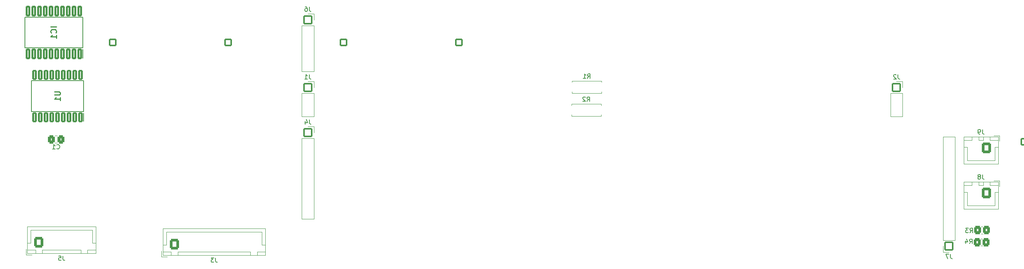
<source format=gbr>
%TF.GenerationSoftware,KiCad,Pcbnew,7.0.10*%
%TF.CreationDate,2024-01-24T20:37:13+01:00*%
%TF.ProjectId,ThePreamp-Analogue,54686550-7265-4616-9d70-2d416e616c6f,rev?*%
%TF.SameCoordinates,Original*%
%TF.FileFunction,Legend,Bot*%
%TF.FilePolarity,Positive*%
%FSLAX46Y46*%
G04 Gerber Fmt 4.6, Leading zero omitted, Abs format (unit mm)*
G04 Created by KiCad (PCBNEW 7.0.10) date 2024-01-24 20:37:13*
%MOMM*%
%LPD*%
G01*
G04 APERTURE LIST*
G04 Aperture macros list*
%AMRoundRect*
0 Rectangle with rounded corners*
0 $1 Rounding radius*
0 $2 $3 $4 $5 $6 $7 $8 $9 X,Y pos of 4 corners*
0 Add a 4 corners polygon primitive as box body*
4,1,4,$2,$3,$4,$5,$6,$7,$8,$9,$2,$3,0*
0 Add four circle primitives for the rounded corners*
1,1,$1+$1,$2,$3*
1,1,$1+$1,$4,$5*
1,1,$1+$1,$6,$7*
1,1,$1+$1,$8,$9*
0 Add four rect primitives between the rounded corners*
20,1,$1+$1,$2,$3,$4,$5,0*
20,1,$1+$1,$4,$5,$6,$7,0*
20,1,$1+$1,$6,$7,$8,$9,0*
20,1,$1+$1,$8,$9,$2,$3,0*%
G04 Aperture macros list end*
%ADD10C,0.150000*%
%ADD11C,0.254000*%
%ADD12C,0.120000*%
%ADD13C,0.200000*%
%ADD14RoundRect,0.335106X-0.452394X-0.589894X0.452394X-0.589894X0.452394X0.589894X-0.452394X0.589894X0*%
%ADD15RoundRect,0.333333X0.466667X0.566667X-0.466667X0.566667X-0.466667X-0.566667X0.466667X-0.566667X0*%
%ADD16O,2.400000X3.400000*%
%ADD17C,4.400000*%
%ADD18RoundRect,0.333333X-0.466667X-0.566667X0.466667X-0.566667X0.466667X0.566667X-0.466667X0.566667X0*%
%ADD19C,3.600000*%
%ADD20RoundRect,0.200000X0.675000X-0.675000X0.675000X0.675000X-0.675000X0.675000X-0.675000X-0.675000X0*%
%ADD21C,1.750000*%
%ADD22RoundRect,0.308824X-0.741176X-0.866176X0.741176X-0.866176X0.741176X0.866176X-0.741176X0.866176X0*%
%ADD23O,2.100000X2.350000*%
%ADD24C,2.000000*%
%ADD25O,2.000000X2.000000*%
%ADD26RoundRect,0.308824X0.741176X0.891176X-0.741176X0.891176X-0.741176X-0.891176X0.741176X-0.891176X0*%
%ADD27O,2.100000X2.400000*%
%ADD28RoundRect,0.200000X-0.325000X-0.975000X0.325000X-0.975000X0.325000X0.975000X-0.325000X0.975000X0*%
%ADD29RoundRect,0.200000X-0.850000X-0.850000X0.850000X-0.850000X0.850000X0.850000X-0.850000X0.850000X0*%
%ADD30O,2.100000X2.100000*%
%ADD31RoundRect,0.200000X0.850000X0.850000X-0.850000X0.850000X-0.850000X-0.850000X0.850000X-0.850000X0*%
%ADD32RoundRect,0.200000X-0.325000X-0.925000X0.325000X-0.925000X0.325000X0.925000X-0.325000X0.925000X0*%
G04 APERTURE END LIST*
D10*
X9566666Y25460420D02*
X9614285Y25412800D01*
X9614285Y25412800D02*
X9757142Y25365181D01*
X9757142Y25365181D02*
X9852380Y25365181D01*
X9852380Y25365181D02*
X9995237Y25412800D01*
X9995237Y25412800D02*
X10090475Y25508039D01*
X10090475Y25508039D02*
X10138094Y25603277D01*
X10138094Y25603277D02*
X10185713Y25793753D01*
X10185713Y25793753D02*
X10185713Y25936610D01*
X10185713Y25936610D02*
X10138094Y26127086D01*
X10138094Y26127086D02*
X10090475Y26222324D01*
X10090475Y26222324D02*
X9995237Y26317562D01*
X9995237Y26317562D02*
X9852380Y26365181D01*
X9852380Y26365181D02*
X9757142Y26365181D01*
X9757142Y26365181D02*
X9614285Y26317562D01*
X9614285Y26317562D02*
X9566666Y26269943D01*
X8614285Y25365181D02*
X9185713Y25365181D01*
X8899999Y25365181D02*
X8899999Y26365181D01*
X8899999Y26365181D02*
X8995237Y26222324D01*
X8995237Y26222324D02*
X9090475Y26127086D01*
X9090475Y26127086D02*
X9185713Y26079467D01*
X211116666Y4415181D02*
X211449999Y4891372D01*
X211688094Y4415181D02*
X211688094Y5415181D01*
X211688094Y5415181D02*
X211307142Y5415181D01*
X211307142Y5415181D02*
X211211904Y5367562D01*
X211211904Y5367562D02*
X211164285Y5319943D01*
X211164285Y5319943D02*
X211116666Y5224705D01*
X211116666Y5224705D02*
X211116666Y5081848D01*
X211116666Y5081848D02*
X211164285Y4986610D01*
X211164285Y4986610D02*
X211211904Y4938991D01*
X211211904Y4938991D02*
X211307142Y4891372D01*
X211307142Y4891372D02*
X211688094Y4891372D01*
X210259523Y5081848D02*
X210259523Y4415181D01*
X210497618Y5462800D02*
X210735713Y4748515D01*
X210735713Y4748515D02*
X210116666Y4748515D01*
X211216666Y6815181D02*
X211549999Y7291372D01*
X211788094Y6815181D02*
X211788094Y7815181D01*
X211788094Y7815181D02*
X211407142Y7815181D01*
X211407142Y7815181D02*
X211311904Y7767562D01*
X211311904Y7767562D02*
X211264285Y7719943D01*
X211264285Y7719943D02*
X211216666Y7624705D01*
X211216666Y7624705D02*
X211216666Y7481848D01*
X211216666Y7481848D02*
X211264285Y7386610D01*
X211264285Y7386610D02*
X211311904Y7338991D01*
X211311904Y7338991D02*
X211407142Y7291372D01*
X211407142Y7291372D02*
X211788094Y7291372D01*
X210883332Y7815181D02*
X210264285Y7815181D01*
X210264285Y7815181D02*
X210597618Y7434229D01*
X210597618Y7434229D02*
X210454761Y7434229D01*
X210454761Y7434229D02*
X210359523Y7386610D01*
X210359523Y7386610D02*
X210311904Y7338991D01*
X210311904Y7338991D02*
X210264285Y7243753D01*
X210264285Y7243753D02*
X210264285Y7005658D01*
X210264285Y7005658D02*
X210311904Y6910420D01*
X210311904Y6910420D02*
X210359523Y6862800D01*
X210359523Y6862800D02*
X210454761Y6815181D01*
X210454761Y6815181D02*
X210740475Y6815181D01*
X210740475Y6815181D02*
X210835713Y6862800D01*
X210835713Y6862800D02*
X210883332Y6910420D01*
X44633333Y1270181D02*
X44633333Y555896D01*
X44633333Y555896D02*
X44680952Y413039D01*
X44680952Y413039D02*
X44776190Y317800D01*
X44776190Y317800D02*
X44919047Y270181D01*
X44919047Y270181D02*
X45014285Y270181D01*
X44252380Y1270181D02*
X43633333Y1270181D01*
X43633333Y1270181D02*
X43966666Y889229D01*
X43966666Y889229D02*
X43823809Y889229D01*
X43823809Y889229D02*
X43728571Y841610D01*
X43728571Y841610D02*
X43680952Y793991D01*
X43680952Y793991D02*
X43633333Y698753D01*
X43633333Y698753D02*
X43633333Y460658D01*
X43633333Y460658D02*
X43680952Y365420D01*
X43680952Y365420D02*
X43728571Y317800D01*
X43728571Y317800D02*
X43823809Y270181D01*
X43823809Y270181D02*
X44109523Y270181D01*
X44109523Y270181D02*
X44204761Y317800D01*
X44204761Y317800D02*
X44252380Y365420D01*
X126666666Y35915181D02*
X126999999Y36391372D01*
X127238094Y35915181D02*
X127238094Y36915181D01*
X127238094Y36915181D02*
X126857142Y36915181D01*
X126857142Y36915181D02*
X126761904Y36867562D01*
X126761904Y36867562D02*
X126714285Y36819943D01*
X126714285Y36819943D02*
X126666666Y36724705D01*
X126666666Y36724705D02*
X126666666Y36581848D01*
X126666666Y36581848D02*
X126714285Y36486610D01*
X126714285Y36486610D02*
X126761904Y36438991D01*
X126761904Y36438991D02*
X126857142Y36391372D01*
X126857142Y36391372D02*
X127238094Y36391372D01*
X126285713Y36819943D02*
X126238094Y36867562D01*
X126238094Y36867562D02*
X126142856Y36915181D01*
X126142856Y36915181D02*
X125904761Y36915181D01*
X125904761Y36915181D02*
X125809523Y36867562D01*
X125809523Y36867562D02*
X125761904Y36819943D01*
X125761904Y36819943D02*
X125714285Y36724705D01*
X125714285Y36724705D02*
X125714285Y36629467D01*
X125714285Y36629467D02*
X125761904Y36486610D01*
X125761904Y36486610D02*
X126333332Y35915181D01*
X126333332Y35915181D02*
X125714285Y35915181D01*
X213983333Y19695181D02*
X213983333Y18980896D01*
X213983333Y18980896D02*
X214030952Y18838039D01*
X214030952Y18838039D02*
X214126190Y18742800D01*
X214126190Y18742800D02*
X214269047Y18695181D01*
X214269047Y18695181D02*
X214364285Y18695181D01*
X213364285Y19266610D02*
X213459523Y19314229D01*
X213459523Y19314229D02*
X213507142Y19361848D01*
X213507142Y19361848D02*
X213554761Y19457086D01*
X213554761Y19457086D02*
X213554761Y19504705D01*
X213554761Y19504705D02*
X213507142Y19599943D01*
X213507142Y19599943D02*
X213459523Y19647562D01*
X213459523Y19647562D02*
X213364285Y19695181D01*
X213364285Y19695181D02*
X213173809Y19695181D01*
X213173809Y19695181D02*
X213078571Y19647562D01*
X213078571Y19647562D02*
X213030952Y19599943D01*
X213030952Y19599943D02*
X212983333Y19504705D01*
X212983333Y19504705D02*
X212983333Y19457086D01*
X212983333Y19457086D02*
X213030952Y19361848D01*
X213030952Y19361848D02*
X213078571Y19314229D01*
X213078571Y19314229D02*
X213173809Y19266610D01*
X213173809Y19266610D02*
X213364285Y19266610D01*
X213364285Y19266610D02*
X213459523Y19218991D01*
X213459523Y19218991D02*
X213507142Y19171372D01*
X213507142Y19171372D02*
X213554761Y19076134D01*
X213554761Y19076134D02*
X213554761Y18885658D01*
X213554761Y18885658D02*
X213507142Y18790420D01*
X213507142Y18790420D02*
X213459523Y18742800D01*
X213459523Y18742800D02*
X213364285Y18695181D01*
X213364285Y18695181D02*
X213173809Y18695181D01*
X213173809Y18695181D02*
X213078571Y18742800D01*
X213078571Y18742800D02*
X213030952Y18790420D01*
X213030952Y18790420D02*
X212983333Y18885658D01*
X212983333Y18885658D02*
X212983333Y19076134D01*
X212983333Y19076134D02*
X213030952Y19171372D01*
X213030952Y19171372D02*
X213078571Y19218991D01*
X213078571Y19218991D02*
X213173809Y19266610D01*
X10933333Y1695181D02*
X10933333Y980896D01*
X10933333Y980896D02*
X10980952Y838039D01*
X10980952Y838039D02*
X11076190Y742800D01*
X11076190Y742800D02*
X11219047Y695181D01*
X11219047Y695181D02*
X11314285Y695181D01*
X9980952Y1695181D02*
X10457142Y1695181D01*
X10457142Y1695181D02*
X10504761Y1218991D01*
X10504761Y1218991D02*
X10457142Y1266610D01*
X10457142Y1266610D02*
X10361904Y1314229D01*
X10361904Y1314229D02*
X10123809Y1314229D01*
X10123809Y1314229D02*
X10028571Y1266610D01*
X10028571Y1266610D02*
X9980952Y1218991D01*
X9980952Y1218991D02*
X9933333Y1123753D01*
X9933333Y1123753D02*
X9933333Y885658D01*
X9933333Y885658D02*
X9980952Y790420D01*
X9980952Y790420D02*
X10028571Y742800D01*
X10028571Y742800D02*
X10123809Y695181D01*
X10123809Y695181D02*
X10361904Y695181D01*
X10361904Y695181D02*
X10457142Y742800D01*
X10457142Y742800D02*
X10504761Y790420D01*
D11*
X9474318Y52439763D02*
X8204318Y52439763D01*
X9353365Y51109286D02*
X9413842Y51169762D01*
X9413842Y51169762D02*
X9474318Y51351191D01*
X9474318Y51351191D02*
X9474318Y51472143D01*
X9474318Y51472143D02*
X9413842Y51653572D01*
X9413842Y51653572D02*
X9292889Y51774524D01*
X9292889Y51774524D02*
X9171937Y51835001D01*
X9171937Y51835001D02*
X8930032Y51895477D01*
X8930032Y51895477D02*
X8748603Y51895477D01*
X8748603Y51895477D02*
X8506699Y51835001D01*
X8506699Y51835001D02*
X8385746Y51774524D01*
X8385746Y51774524D02*
X8264794Y51653572D01*
X8264794Y51653572D02*
X8204318Y51472143D01*
X8204318Y51472143D02*
X8204318Y51351191D01*
X8204318Y51351191D02*
X8264794Y51169762D01*
X8264794Y51169762D02*
X8325270Y51109286D01*
X9474318Y49899762D02*
X9474318Y50625477D01*
X9474318Y50262620D02*
X8204318Y50262620D01*
X8204318Y50262620D02*
X8385746Y50383572D01*
X8385746Y50383572D02*
X8506699Y50504524D01*
X8506699Y50504524D02*
X8567175Y50625477D01*
D10*
X206933333Y2075181D02*
X206933333Y1360896D01*
X206933333Y1360896D02*
X206980952Y1218039D01*
X206980952Y1218039D02*
X207076190Y1122800D01*
X207076190Y1122800D02*
X207219047Y1075181D01*
X207219047Y1075181D02*
X207314285Y1075181D01*
X206552380Y2075181D02*
X205885714Y2075181D01*
X205885714Y2075181D02*
X206314285Y1075181D01*
X126756666Y41015181D02*
X127089999Y41491372D01*
X127328094Y41015181D02*
X127328094Y42015181D01*
X127328094Y42015181D02*
X126947142Y42015181D01*
X126947142Y42015181D02*
X126851904Y41967562D01*
X126851904Y41967562D02*
X126804285Y41919943D01*
X126804285Y41919943D02*
X126756666Y41824705D01*
X126756666Y41824705D02*
X126756666Y41681848D01*
X126756666Y41681848D02*
X126804285Y41586610D01*
X126804285Y41586610D02*
X126851904Y41538991D01*
X126851904Y41538991D02*
X126947142Y41491372D01*
X126947142Y41491372D02*
X127328094Y41491372D01*
X125804285Y41015181D02*
X126375713Y41015181D01*
X126089999Y41015181D02*
X126089999Y42015181D01*
X126089999Y42015181D02*
X126185237Y41872324D01*
X126185237Y41872324D02*
X126280475Y41777086D01*
X126280475Y41777086D02*
X126375713Y41729467D01*
X65333333Y41875181D02*
X65333333Y41160896D01*
X65333333Y41160896D02*
X65380952Y41018039D01*
X65380952Y41018039D02*
X65476190Y40922800D01*
X65476190Y40922800D02*
X65619047Y40875181D01*
X65619047Y40875181D02*
X65714285Y40875181D01*
X64333333Y40875181D02*
X64904761Y40875181D01*
X64619047Y40875181D02*
X64619047Y41875181D01*
X64619047Y41875181D02*
X64714285Y41732324D01*
X64714285Y41732324D02*
X64809523Y41637086D01*
X64809523Y41637086D02*
X64904761Y41589467D01*
X65333333Y56875181D02*
X65333333Y56160896D01*
X65333333Y56160896D02*
X65380952Y56018039D01*
X65380952Y56018039D02*
X65476190Y55922800D01*
X65476190Y55922800D02*
X65619047Y55875181D01*
X65619047Y55875181D02*
X65714285Y55875181D01*
X64428571Y56875181D02*
X64619047Y56875181D01*
X64619047Y56875181D02*
X64714285Y56827562D01*
X64714285Y56827562D02*
X64761904Y56779943D01*
X64761904Y56779943D02*
X64857142Y56637086D01*
X64857142Y56637086D02*
X64904761Y56446610D01*
X64904761Y56446610D02*
X64904761Y56065658D01*
X64904761Y56065658D02*
X64857142Y55970420D01*
X64857142Y55970420D02*
X64809523Y55922800D01*
X64809523Y55922800D02*
X64714285Y55875181D01*
X64714285Y55875181D02*
X64523809Y55875181D01*
X64523809Y55875181D02*
X64428571Y55922800D01*
X64428571Y55922800D02*
X64380952Y55970420D01*
X64380952Y55970420D02*
X64333333Y56065658D01*
X64333333Y56065658D02*
X64333333Y56303753D01*
X64333333Y56303753D02*
X64380952Y56398991D01*
X64380952Y56398991D02*
X64428571Y56446610D01*
X64428571Y56446610D02*
X64523809Y56494229D01*
X64523809Y56494229D02*
X64714285Y56494229D01*
X64714285Y56494229D02*
X64809523Y56446610D01*
X64809523Y56446610D02*
X64857142Y56398991D01*
X64857142Y56398991D02*
X64904761Y56303753D01*
X195333333Y41875181D02*
X195333333Y41160896D01*
X195333333Y41160896D02*
X195380952Y41018039D01*
X195380952Y41018039D02*
X195476190Y40922800D01*
X195476190Y40922800D02*
X195619047Y40875181D01*
X195619047Y40875181D02*
X195714285Y40875181D01*
X194904761Y41779943D02*
X194857142Y41827562D01*
X194857142Y41827562D02*
X194761904Y41875181D01*
X194761904Y41875181D02*
X194523809Y41875181D01*
X194523809Y41875181D02*
X194428571Y41827562D01*
X194428571Y41827562D02*
X194380952Y41779943D01*
X194380952Y41779943D02*
X194333333Y41684705D01*
X194333333Y41684705D02*
X194333333Y41589467D01*
X194333333Y41589467D02*
X194380952Y41446610D01*
X194380952Y41446610D02*
X194952380Y40875181D01*
X194952380Y40875181D02*
X194333333Y40875181D01*
D11*
X9004318Y38067620D02*
X10032413Y38067620D01*
X10032413Y38067620D02*
X10153365Y38007143D01*
X10153365Y38007143D02*
X10213842Y37946667D01*
X10213842Y37946667D02*
X10274318Y37825715D01*
X10274318Y37825715D02*
X10274318Y37583810D01*
X10274318Y37583810D02*
X10213842Y37462858D01*
X10213842Y37462858D02*
X10153365Y37402381D01*
X10153365Y37402381D02*
X10032413Y37341905D01*
X10032413Y37341905D02*
X9004318Y37341905D01*
X10274318Y36071905D02*
X10274318Y36797620D01*
X10274318Y36434763D02*
X9004318Y36434763D01*
X9004318Y36434763D02*
X9185746Y36555715D01*
X9185746Y36555715D02*
X9306699Y36676667D01*
X9306699Y36676667D02*
X9367175Y36797620D01*
D10*
X213983333Y29695181D02*
X213983333Y28980896D01*
X213983333Y28980896D02*
X214030952Y28838039D01*
X214030952Y28838039D02*
X214126190Y28742800D01*
X214126190Y28742800D02*
X214269047Y28695181D01*
X214269047Y28695181D02*
X214364285Y28695181D01*
X213459523Y28695181D02*
X213269047Y28695181D01*
X213269047Y28695181D02*
X213173809Y28742800D01*
X213173809Y28742800D02*
X213126190Y28790420D01*
X213126190Y28790420D02*
X213030952Y28933277D01*
X213030952Y28933277D02*
X212983333Y29123753D01*
X212983333Y29123753D02*
X212983333Y29504705D01*
X212983333Y29504705D02*
X213030952Y29599943D01*
X213030952Y29599943D02*
X213078571Y29647562D01*
X213078571Y29647562D02*
X213173809Y29695181D01*
X213173809Y29695181D02*
X213364285Y29695181D01*
X213364285Y29695181D02*
X213459523Y29647562D01*
X213459523Y29647562D02*
X213507142Y29599943D01*
X213507142Y29599943D02*
X213554761Y29504705D01*
X213554761Y29504705D02*
X213554761Y29266610D01*
X213554761Y29266610D02*
X213507142Y29171372D01*
X213507142Y29171372D02*
X213459523Y29123753D01*
X213459523Y29123753D02*
X213364285Y29076134D01*
X213364285Y29076134D02*
X213173809Y29076134D01*
X213173809Y29076134D02*
X213078571Y29123753D01*
X213078571Y29123753D02*
X213030952Y29171372D01*
X213030952Y29171372D02*
X212983333Y29266610D01*
X65333333Y31875181D02*
X65333333Y31160896D01*
X65333333Y31160896D02*
X65380952Y31018039D01*
X65380952Y31018039D02*
X65476190Y30922800D01*
X65476190Y30922800D02*
X65619047Y30875181D01*
X65619047Y30875181D02*
X65714285Y30875181D01*
X64428571Y31541848D02*
X64428571Y30875181D01*
X64666666Y31922800D02*
X64904761Y31208515D01*
X64904761Y31208515D02*
X64285714Y31208515D01*
D12*
%TO.C,C1*%
X9117496Y28310000D02*
X9640000Y28310000D01*
X9137496Y26680000D02*
X9660000Y26680000D01*
%TO.C,R4*%
X214044128Y5500000D02*
X213590000Y5500000D01*
X214047064Y3900000D02*
X213592936Y3900000D01*
%TO.C,R3*%
X213672936Y6600000D02*
X214127064Y6600000D01*
X213700000Y8200000D02*
X214154128Y8200000D01*
%TO.C,J3*%
X32700000Y1525000D02*
X32700000Y2775000D01*
X32990000Y7785000D02*
X55610000Y7785000D01*
X32990000Y1815000D02*
X32990000Y7785000D01*
X33000000Y4075000D02*
X33750000Y4075000D01*
X33000000Y2575000D02*
X34800000Y2575000D01*
X33000000Y1825000D02*
X33000000Y2575000D01*
X33750000Y7025000D02*
X44300000Y7025000D01*
X33750000Y4075000D02*
X33750000Y7025000D01*
X33950000Y1525000D02*
X32700000Y1525000D01*
X34800000Y2575000D02*
X34800000Y1825000D01*
X34800000Y1825000D02*
X33000000Y1825000D01*
X36300000Y2575000D02*
X52300000Y2575000D01*
X36300000Y1825000D02*
X36300000Y2575000D01*
X52300000Y2575000D02*
X52300000Y1825000D01*
X52300000Y1825000D02*
X36300000Y1825000D01*
X53800000Y2575000D02*
X55600000Y2575000D01*
X53800000Y1825000D02*
X53800000Y2575000D01*
X54850000Y7025000D02*
X44300000Y7025000D01*
X54850000Y4075000D02*
X54850000Y7025000D01*
X55600000Y4075000D02*
X54850000Y4075000D01*
X55600000Y2575000D02*
X55600000Y1825000D01*
X55600000Y1825000D02*
X53800000Y1825000D01*
X55610000Y7785000D02*
X55610000Y1815000D01*
X55610000Y1815000D02*
X32990000Y1815000D01*
%TO.C,R2*%
X129770000Y32630000D02*
X123230000Y32630000D01*
X129770000Y32960000D02*
X129770000Y32630000D01*
X129770000Y35040000D02*
X129770000Y35370000D01*
X129770000Y35370000D02*
X123230000Y35370000D01*
X123230000Y32630000D02*
X123230000Y32960000D01*
X123230000Y35370000D02*
X123230000Y35040000D01*
%TO.C,J8*%
X217750000Y18350000D02*
X217750000Y17100000D01*
X217460000Y12090000D02*
X209840000Y12090000D01*
X217460000Y18060000D02*
X217460000Y12090000D01*
X217450000Y15800000D02*
X216700000Y15800000D01*
X217450000Y17300000D02*
X215650000Y17300000D01*
X217450000Y18050000D02*
X217450000Y17300000D01*
X216700000Y12850000D02*
X213650000Y12850000D01*
X216700000Y15800000D02*
X216700000Y12850000D01*
X216500000Y18350000D02*
X217750000Y18350000D01*
X215650000Y17300000D02*
X215650000Y18050000D01*
X215650000Y18050000D02*
X217450000Y18050000D01*
X214150000Y17300000D02*
X213150000Y17300000D01*
X214150000Y18050000D02*
X214150000Y17300000D01*
X213150000Y17300000D02*
X213150000Y18050000D01*
X213150000Y18050000D02*
X214150000Y18050000D01*
X211650000Y17300000D02*
X209850000Y17300000D01*
X211650000Y18050000D02*
X211650000Y17300000D01*
X210600000Y12850000D02*
X213650000Y12850000D01*
X210600000Y15800000D02*
X210600000Y12850000D01*
X209850000Y15800000D02*
X210600000Y15800000D01*
X209850000Y17300000D02*
X209850000Y18050000D01*
X209850000Y18050000D02*
X211650000Y18050000D01*
X209840000Y12090000D02*
X209840000Y18060000D01*
X209840000Y18060000D02*
X217460000Y18060000D01*
%TO.C,J5*%
X2750000Y1950000D02*
X2750000Y3200000D01*
X3040000Y8210000D02*
X18160000Y8210000D01*
X3040000Y2240000D02*
X3040000Y8210000D01*
X3050000Y4500000D02*
X3800000Y4500000D01*
X3050000Y3000000D02*
X4850000Y3000000D01*
X3050000Y2250000D02*
X3050000Y3000000D01*
X3800000Y7450000D02*
X10600000Y7450000D01*
X3800000Y4500000D02*
X3800000Y7450000D01*
X4000000Y1950000D02*
X2750000Y1950000D01*
X4850000Y3000000D02*
X4850000Y2250000D01*
X4850000Y2250000D02*
X3050000Y2250000D01*
X6350000Y3000000D02*
X14850000Y3000000D01*
X6350000Y2250000D02*
X6350000Y3000000D01*
X14850000Y3000000D02*
X14850000Y2250000D01*
X14850000Y2250000D02*
X6350000Y2250000D01*
X16350000Y3000000D02*
X18150000Y3000000D01*
X16350000Y2250000D02*
X16350000Y3000000D01*
X17400000Y7450000D02*
X10600000Y7450000D01*
X17400000Y4500000D02*
X17400000Y7450000D01*
X18150000Y4500000D02*
X17400000Y4500000D01*
X18150000Y3000000D02*
X18150000Y2250000D01*
X18150000Y2250000D02*
X16350000Y2250000D01*
X18160000Y8210000D02*
X18160000Y2240000D01*
X18160000Y2240000D02*
X3040000Y2240000D01*
D13*
%TO.C,IC1*%
X15290000Y45500000D02*
X15290000Y47450000D01*
X2500000Y47800000D02*
X15300000Y47800000D01*
X15300000Y47800000D02*
X15300000Y54600000D01*
X2500000Y54600000D02*
X2500000Y47800000D01*
X15300000Y54600000D02*
X2500000Y54600000D01*
D12*
%TO.C,J7*%
X205270000Y28050000D02*
X207930000Y28050000D01*
X205270000Y5130000D02*
X205270000Y28050000D01*
X205270000Y5130000D02*
X207930000Y5130000D01*
X205270000Y3860000D02*
X205270000Y2530000D01*
X205270000Y2530000D02*
X206600000Y2530000D01*
X207930000Y5130000D02*
X207930000Y28050000D01*
%TO.C,R1*%
X129860000Y37730000D02*
X123320000Y37730000D01*
X129860000Y38060000D02*
X129860000Y37730000D01*
X129860000Y40140000D02*
X129860000Y40470000D01*
X129860000Y40470000D02*
X123320000Y40470000D01*
X123320000Y37730000D02*
X123320000Y38060000D01*
X123320000Y40470000D02*
X123320000Y40140000D01*
%TO.C,J1*%
X66330000Y32590000D02*
X63670000Y32590000D01*
X66330000Y37730000D02*
X66330000Y32590000D01*
X66330000Y37730000D02*
X63670000Y37730000D01*
X66330000Y39000000D02*
X66330000Y40330000D01*
X66330000Y40330000D02*
X65000000Y40330000D01*
X63670000Y37730000D02*
X63670000Y32590000D01*
%TO.C,J6*%
X66330000Y42510000D02*
X63670000Y42510000D01*
X66330000Y52730000D02*
X66330000Y42510000D01*
X66330000Y52730000D02*
X63670000Y52730000D01*
X66330000Y54000000D02*
X66330000Y55330000D01*
X66330000Y55330000D02*
X65000000Y55330000D01*
X63670000Y52730000D02*
X63670000Y42510000D01*
%TO.C,J2*%
X196330000Y32590000D02*
X193670000Y32590000D01*
X196330000Y37730000D02*
X196330000Y32590000D01*
X196330000Y37730000D02*
X193670000Y37730000D01*
X196330000Y39000000D02*
X196330000Y40330000D01*
X196330000Y40330000D02*
X195000000Y40330000D01*
X193670000Y37730000D02*
X193670000Y32590000D01*
D13*
%TO.C,U1*%
X15455000Y31500000D02*
X15455000Y33350000D01*
X3925000Y33700000D02*
X15475000Y33700000D01*
X15475000Y33700000D02*
X15475000Y40500000D01*
X3925000Y40500000D02*
X3925000Y33700000D01*
X15475000Y40500000D02*
X3925000Y40500000D01*
D12*
%TO.C,J9*%
X217750000Y28350000D02*
X217750000Y27100000D01*
X217460000Y22090000D02*
X209840000Y22090000D01*
X217460000Y28060000D02*
X217460000Y22090000D01*
X217450000Y25800000D02*
X216700000Y25800000D01*
X217450000Y27300000D02*
X215650000Y27300000D01*
X217450000Y28050000D02*
X217450000Y27300000D01*
X216700000Y22850000D02*
X213650000Y22850000D01*
X216700000Y25800000D02*
X216700000Y22850000D01*
X216500000Y28350000D02*
X217750000Y28350000D01*
X215650000Y27300000D02*
X215650000Y28050000D01*
X215650000Y28050000D02*
X217450000Y28050000D01*
X214150000Y27300000D02*
X213150000Y27300000D01*
X214150000Y28050000D02*
X214150000Y27300000D01*
X213150000Y27300000D02*
X213150000Y28050000D01*
X213150000Y28050000D02*
X214150000Y28050000D01*
X211650000Y27300000D02*
X209850000Y27300000D01*
X211650000Y28050000D02*
X211650000Y27300000D01*
X210600000Y22850000D02*
X213650000Y22850000D01*
X210600000Y25800000D02*
X210600000Y22850000D01*
X209850000Y25800000D02*
X210600000Y25800000D01*
X209850000Y27300000D02*
X209850000Y28050000D01*
X209850000Y28050000D02*
X211650000Y28050000D01*
X209840000Y22090000D02*
X209840000Y28060000D01*
X209840000Y28060000D02*
X217460000Y28060000D01*
%TO.C,J4*%
X66330000Y9890000D02*
X63670000Y9890000D01*
X66330000Y27730000D02*
X66330000Y9890000D01*
X66330000Y27730000D02*
X63670000Y27730000D01*
X66330000Y29000000D02*
X66330000Y30330000D01*
X66330000Y30330000D02*
X65000000Y30330000D01*
X63670000Y27730000D02*
X63670000Y9890000D01*
%TD*%
%LPC*%
D14*
%TO.C,C1*%
X8362500Y27500000D03*
X10437500Y27500000D03*
%TD*%
D15*
%TO.C,R4*%
X212800000Y4700000D03*
X214800000Y4700000D03*
%TD*%
D16*
%TO.C,RCA10*%
X231100000Y45500000D03*
X228600000Y45500000D03*
D17*
X233650000Y50550000D03*
X223550000Y40450000D03*
%TD*%
%TO.C,RCA3*%
X72950000Y15950000D03*
X83050000Y26050000D03*
D16*
X78000000Y21000000D03*
X80500000Y21000000D03*
%TD*%
D17*
%TO.C,RCA6*%
X47450000Y34150000D03*
X57550000Y44250000D03*
D16*
X52500000Y39200000D03*
X55000000Y39200000D03*
%TD*%
D17*
%TO.C,RCA8*%
X98450000Y34150000D03*
X108550000Y44250000D03*
D16*
X103500000Y39200000D03*
X106000000Y39200000D03*
%TD*%
D17*
%TO.C,RCA1*%
X21950000Y15950000D03*
X32050000Y26050000D03*
D16*
X27000000Y21000000D03*
X29500000Y21000000D03*
%TD*%
D17*
%TO.C,RCA5*%
X21950000Y34150000D03*
X32050000Y44250000D03*
D16*
X27000000Y39200000D03*
X29500000Y39200000D03*
%TD*%
D17*
%TO.C,RCA4*%
X98450000Y15950000D03*
X108550000Y26050000D03*
D16*
X103500000Y21000000D03*
X106000000Y21000000D03*
%TD*%
D17*
%TO.C,RCA7*%
X72950000Y34150000D03*
X83050000Y44250000D03*
D16*
X78000000Y39200000D03*
X80500000Y39200000D03*
%TD*%
D17*
%TO.C,RCA2*%
X47450000Y15950000D03*
X57550000Y26050000D03*
D16*
X52500000Y21000000D03*
X55000000Y21000000D03*
%TD*%
D17*
%TO.C,RCA9*%
X223550000Y10450000D03*
X233650000Y20550000D03*
D16*
X228600000Y15500000D03*
X231100000Y15500000D03*
%TD*%
D18*
%TO.C,R3*%
X214900000Y7400000D03*
X212900000Y7400000D03*
%TD*%
D19*
%TO.C,REF\u002A\u002A*%
X65000000Y60000000D03*
%TD*%
D20*
%TO.C,K4*%
X98400000Y49000000D03*
D21*
X100940000Y49000000D03*
X103480000Y49000000D03*
X106020000Y49000000D03*
X108560000Y49000000D03*
X108560000Y56620000D03*
X106020000Y56620000D03*
X103480000Y56620000D03*
X100940000Y56620000D03*
X98400000Y56620000D03*
%TD*%
D19*
%TO.C,REF\u002A\u002A*%
X195000000Y60000000D03*
%TD*%
D20*
%TO.C,K2*%
X47400000Y49000000D03*
D21*
X49940000Y49000000D03*
X52480000Y49000000D03*
X55020000Y49000000D03*
X57560000Y49000000D03*
X57560000Y56620000D03*
X55020000Y56620000D03*
X52480000Y56620000D03*
X49940000Y56620000D03*
X47400000Y56620000D03*
%TD*%
D20*
%TO.C,K1*%
X21900000Y49000000D03*
D21*
X24440000Y49000000D03*
X26980000Y49000000D03*
X29520000Y49000000D03*
X32060000Y49000000D03*
X32060000Y56620000D03*
X29520000Y56620000D03*
X26980000Y56620000D03*
X24440000Y56620000D03*
X21900000Y56620000D03*
%TD*%
D19*
%TO.C,REF\u002A\u002A*%
X195000000Y5000000D03*
%TD*%
D20*
%TO.C,K3*%
X72900000Y49000000D03*
D21*
X75440000Y49000000D03*
X77980000Y49000000D03*
X80520000Y49000000D03*
X83060000Y49000000D03*
X83060000Y56620000D03*
X80520000Y56620000D03*
X77980000Y56620000D03*
X75440000Y56620000D03*
X72900000Y56620000D03*
%TD*%
D20*
%TO.C,K5*%
X223220000Y26990000D03*
D21*
X225760000Y26990000D03*
X228300000Y26990000D03*
X230840000Y26990000D03*
X233380000Y26990000D03*
X233380000Y34610000D03*
X230840000Y34610000D03*
X228300000Y34610000D03*
X225760000Y34610000D03*
X223220000Y34610000D03*
%TD*%
D19*
%TO.C,REF\u002A\u002A*%
X65000000Y5000000D03*
%TD*%
D22*
%TO.C,J3*%
X35550000Y4275000D03*
D23*
X38050000Y4275000D03*
X40550000Y4275000D03*
X43050000Y4275000D03*
X45550000Y4275000D03*
X48050000Y4275000D03*
X50550000Y4275000D03*
X53050000Y4275000D03*
%TD*%
D24*
%TO.C,R2*%
X130310000Y34000000D03*
D25*
X122690000Y34000000D03*
%TD*%
D26*
%TO.C,J8*%
X214900000Y15600000D03*
D27*
X212400000Y15600000D03*
%TD*%
D22*
%TO.C,J5*%
X5600000Y4700000D03*
D23*
X8100000Y4700000D03*
X10600000Y4700000D03*
X13100000Y4700000D03*
X15600000Y4700000D03*
%TD*%
D28*
%TO.C,IC1*%
X14615000Y46475000D03*
X13345000Y46475000D03*
X12075000Y46475000D03*
X10805000Y46475000D03*
X9535000Y46475000D03*
X8265000Y46475000D03*
X6995000Y46475000D03*
X5725000Y46475000D03*
X4455000Y46475000D03*
X3185000Y46475000D03*
X3185000Y55925000D03*
X4455000Y55925000D03*
X5725000Y55925000D03*
X6995000Y55925000D03*
X8265000Y55925000D03*
X9535000Y55925000D03*
X10805000Y55925000D03*
X12075000Y55925000D03*
X13345000Y55925000D03*
X14615000Y55925000D03*
%TD*%
D29*
%TO.C,J7*%
X206600000Y3860000D03*
D30*
X206600000Y6400000D03*
X206600000Y8940000D03*
X206600000Y11480000D03*
X206600000Y14020000D03*
X206600000Y16560000D03*
X206600000Y19100000D03*
X206600000Y21640000D03*
X206600000Y24180000D03*
X206600000Y26720000D03*
%TD*%
D24*
%TO.C,R1*%
X130400000Y39100000D03*
D25*
X122780000Y39100000D03*
%TD*%
D31*
%TO.C,J1*%
X65000000Y39000000D03*
D30*
X65000000Y36460000D03*
X65000000Y33920000D03*
%TD*%
D31*
%TO.C,J6*%
X65000000Y54000000D03*
D30*
X65000000Y51460000D03*
X65000000Y48920000D03*
X65000000Y46380000D03*
X65000000Y43840000D03*
%TD*%
D31*
%TO.C,J2*%
X195000000Y39000000D03*
D30*
X195000000Y36460000D03*
X195000000Y33920000D03*
%TD*%
D32*
%TO.C,U1*%
X14780000Y32425000D03*
X13510000Y32425000D03*
X12240000Y32425000D03*
X10970000Y32425000D03*
X9700000Y32425000D03*
X8430000Y32425000D03*
X7160000Y32425000D03*
X5890000Y32425000D03*
X4620000Y32425000D03*
X4620000Y41775000D03*
X5890000Y41775000D03*
X7160000Y41775000D03*
X8430000Y41775000D03*
X9700000Y41775000D03*
X10970000Y41775000D03*
X12240000Y41775000D03*
X13510000Y41775000D03*
X14780000Y41775000D03*
%TD*%
D26*
%TO.C,J9*%
X214900000Y25600000D03*
D27*
X212400000Y25600000D03*
%TD*%
D31*
%TO.C,J4*%
X65000000Y29000000D03*
D30*
X65000000Y26460000D03*
X65000000Y23920000D03*
X65000000Y21380000D03*
X65000000Y18840000D03*
X65000000Y16300000D03*
X65000000Y13760000D03*
X65000000Y11220000D03*
%TD*%
%LPD*%
M02*

</source>
